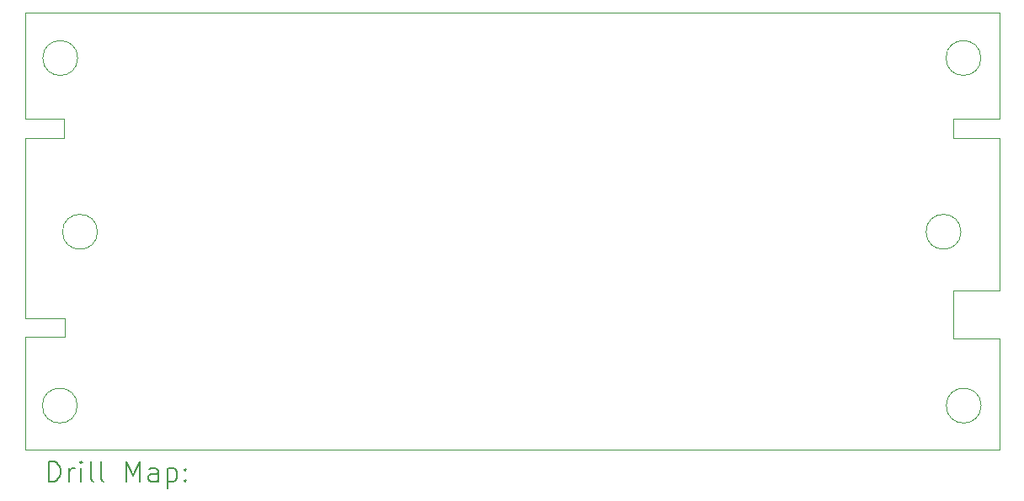
<source format=gbr>
%TF.GenerationSoftware,KiCad,Pcbnew,7.0.1-0*%
%TF.CreationDate,2023-05-14T20:02:37+01:00*%
%TF.ProjectId,MegaCD-Connect BD Remake,4d656761-4344-42d4-936f-6e6e65637420,rev?*%
%TF.SameCoordinates,Original*%
%TF.FileFunction,Drillmap*%
%TF.FilePolarity,Positive*%
%FSLAX45Y45*%
G04 Gerber Fmt 4.5, Leading zero omitted, Abs format (unit mm)*
G04 Created by KiCad (PCBNEW 7.0.1-0) date 2023-05-14 20:02:37*
%MOMM*%
%LPD*%
G01*
G04 APERTURE LIST*
%ADD10C,0.100000*%
%ADD11C,0.200000*%
G04 APERTURE END LIST*
D10*
X11112500Y-10390420D02*
X11112500Y-10570760D01*
X11239160Y-7769140D02*
G75*
G03*
X11239160Y-7769140I-175260J0D01*
G01*
X10708300Y-11709400D02*
X20508300Y-11709400D01*
X20045340Y-10586000D02*
X20507620Y-10586000D01*
X20045340Y-10108480D02*
X20045340Y-10586000D01*
X11112500Y-10570760D02*
X10708300Y-10570760D01*
X10708300Y-10390420D02*
X11112500Y-10390420D01*
X10708300Y-8378740D02*
X11102000Y-8378740D01*
X11234080Y-11264180D02*
G75*
G03*
X11234080Y-11264180I-175260J0D01*
G01*
X10708300Y-7309400D02*
X10708300Y-8378740D01*
X20045340Y-8574320D02*
X20507620Y-8574320D01*
X11102000Y-8574320D02*
X10708300Y-8574320D01*
X20322200Y-11264180D02*
G75*
G03*
X20322200Y-11264180I-175260J0D01*
G01*
X20045340Y-8378740D02*
X20045340Y-8574320D01*
X10708300Y-8574320D02*
X10708300Y-10390420D01*
X20508300Y-7309400D02*
X20507620Y-8378740D01*
X10708300Y-10570760D02*
X10708300Y-11709400D01*
X11437280Y-9516660D02*
G75*
G03*
X11437280Y-9516660I-175260J0D01*
G01*
X20319660Y-7769140D02*
G75*
G03*
X20319660Y-7769140I-175260J0D01*
G01*
X10708300Y-7309400D02*
X20508300Y-7309400D01*
X20119000Y-9516660D02*
G75*
G03*
X20119000Y-9516660I-175260J0D01*
G01*
X20507620Y-10108480D02*
X20045340Y-10108480D01*
X20507620Y-8574320D02*
X20507620Y-10108480D01*
X20507620Y-8378740D02*
X20045340Y-8378740D01*
X11102000Y-8378740D02*
X11102000Y-8574320D01*
X20507620Y-10586000D02*
X20508300Y-11709400D01*
D11*
X10950919Y-12026924D02*
X10950919Y-11826924D01*
X10950919Y-11826924D02*
X10998538Y-11826924D01*
X10998538Y-11826924D02*
X11027110Y-11836448D01*
X11027110Y-11836448D02*
X11046157Y-11855495D01*
X11046157Y-11855495D02*
X11055681Y-11874543D01*
X11055681Y-11874543D02*
X11065205Y-11912638D01*
X11065205Y-11912638D02*
X11065205Y-11941209D01*
X11065205Y-11941209D02*
X11055681Y-11979305D01*
X11055681Y-11979305D02*
X11046157Y-11998352D01*
X11046157Y-11998352D02*
X11027110Y-12017400D01*
X11027110Y-12017400D02*
X10998538Y-12026924D01*
X10998538Y-12026924D02*
X10950919Y-12026924D01*
X11150919Y-12026924D02*
X11150919Y-11893590D01*
X11150919Y-11931686D02*
X11160443Y-11912638D01*
X11160443Y-11912638D02*
X11169967Y-11903114D01*
X11169967Y-11903114D02*
X11189014Y-11893590D01*
X11189014Y-11893590D02*
X11208062Y-11893590D01*
X11274728Y-12026924D02*
X11274728Y-11893590D01*
X11274728Y-11826924D02*
X11265205Y-11836448D01*
X11265205Y-11836448D02*
X11274728Y-11845971D01*
X11274728Y-11845971D02*
X11284252Y-11836448D01*
X11284252Y-11836448D02*
X11274728Y-11826924D01*
X11274728Y-11826924D02*
X11274728Y-11845971D01*
X11398538Y-12026924D02*
X11379490Y-12017400D01*
X11379490Y-12017400D02*
X11369967Y-11998352D01*
X11369967Y-11998352D02*
X11369967Y-11826924D01*
X11503300Y-12026924D02*
X11484252Y-12017400D01*
X11484252Y-12017400D02*
X11474728Y-11998352D01*
X11474728Y-11998352D02*
X11474728Y-11826924D01*
X11731871Y-12026924D02*
X11731871Y-11826924D01*
X11731871Y-11826924D02*
X11798538Y-11969781D01*
X11798538Y-11969781D02*
X11865205Y-11826924D01*
X11865205Y-11826924D02*
X11865205Y-12026924D01*
X12046157Y-12026924D02*
X12046157Y-11922162D01*
X12046157Y-11922162D02*
X12036633Y-11903114D01*
X12036633Y-11903114D02*
X12017586Y-11893590D01*
X12017586Y-11893590D02*
X11979490Y-11893590D01*
X11979490Y-11893590D02*
X11960443Y-11903114D01*
X12046157Y-12017400D02*
X12027109Y-12026924D01*
X12027109Y-12026924D02*
X11979490Y-12026924D01*
X11979490Y-12026924D02*
X11960443Y-12017400D01*
X11960443Y-12017400D02*
X11950919Y-11998352D01*
X11950919Y-11998352D02*
X11950919Y-11979305D01*
X11950919Y-11979305D02*
X11960443Y-11960257D01*
X11960443Y-11960257D02*
X11979490Y-11950733D01*
X11979490Y-11950733D02*
X12027109Y-11950733D01*
X12027109Y-11950733D02*
X12046157Y-11941209D01*
X12141395Y-11893590D02*
X12141395Y-12093590D01*
X12141395Y-11903114D02*
X12160443Y-11893590D01*
X12160443Y-11893590D02*
X12198538Y-11893590D01*
X12198538Y-11893590D02*
X12217586Y-11903114D01*
X12217586Y-11903114D02*
X12227109Y-11912638D01*
X12227109Y-11912638D02*
X12236633Y-11931686D01*
X12236633Y-11931686D02*
X12236633Y-11988828D01*
X12236633Y-11988828D02*
X12227109Y-12007876D01*
X12227109Y-12007876D02*
X12217586Y-12017400D01*
X12217586Y-12017400D02*
X12198538Y-12026924D01*
X12198538Y-12026924D02*
X12160443Y-12026924D01*
X12160443Y-12026924D02*
X12141395Y-12017400D01*
X12322348Y-12007876D02*
X12331871Y-12017400D01*
X12331871Y-12017400D02*
X12322348Y-12026924D01*
X12322348Y-12026924D02*
X12312824Y-12017400D01*
X12312824Y-12017400D02*
X12322348Y-12007876D01*
X12322348Y-12007876D02*
X12322348Y-12026924D01*
X12322348Y-11903114D02*
X12331871Y-11912638D01*
X12331871Y-11912638D02*
X12322348Y-11922162D01*
X12322348Y-11922162D02*
X12312824Y-11912638D01*
X12312824Y-11912638D02*
X12322348Y-11903114D01*
X12322348Y-11903114D02*
X12322348Y-11922162D01*
M02*

</source>
